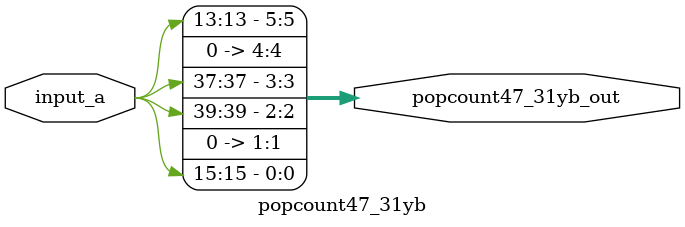
<source format=v>

module popcount47_31yb(input [46:0] input_a, output [5:0] popcount47_31yb_out);
  wire popcount47_31yb_core_049;
  wire popcount47_31yb_core_050;
  wire popcount47_31yb_core_051;
  wire popcount47_31yb_core_053;
  wire popcount47_31yb_core_054;
  wire popcount47_31yb_core_055;
  wire popcount47_31yb_core_056;
  wire popcount47_31yb_core_059;
  wire popcount47_31yb_core_060;
  wire popcount47_31yb_core_061;
  wire popcount47_31yb_core_062;
  wire popcount47_31yb_core_063;
  wire popcount47_31yb_core_064;
  wire popcount47_31yb_core_066;
  wire popcount47_31yb_core_068;
  wire popcount47_31yb_core_069;
  wire popcount47_31yb_core_070;
  wire popcount47_31yb_core_071;
  wire popcount47_31yb_core_072;
  wire popcount47_31yb_core_073;
  wire popcount47_31yb_core_076;
  wire popcount47_31yb_core_077;
  wire popcount47_31yb_core_078;
  wire popcount47_31yb_core_079;
  wire popcount47_31yb_core_080;
  wire popcount47_31yb_core_081;
  wire popcount47_31yb_core_083;
  wire popcount47_31yb_core_085;
  wire popcount47_31yb_core_086;
  wire popcount47_31yb_core_087;
  wire popcount47_31yb_core_089;
  wire popcount47_31yb_core_090;
  wire popcount47_31yb_core_092;
  wire popcount47_31yb_core_094;
  wire popcount47_31yb_core_095;
  wire popcount47_31yb_core_096;
  wire popcount47_31yb_core_097;
  wire popcount47_31yb_core_099;
  wire popcount47_31yb_core_100;
  wire popcount47_31yb_core_101;
  wire popcount47_31yb_core_103;
  wire popcount47_31yb_core_105;
  wire popcount47_31yb_core_107;
  wire popcount47_31yb_core_109;
  wire popcount47_31yb_core_110_not;
  wire popcount47_31yb_core_114;
  wire popcount47_31yb_core_115;
  wire popcount47_31yb_core_116;
  wire popcount47_31yb_core_117;
  wire popcount47_31yb_core_120;
  wire popcount47_31yb_core_121;
  wire popcount47_31yb_core_123;
  wire popcount47_31yb_core_124;
  wire popcount47_31yb_core_125;
  wire popcount47_31yb_core_128;
  wire popcount47_31yb_core_129;
  wire popcount47_31yb_core_130;
  wire popcount47_31yb_core_131;
  wire popcount47_31yb_core_132;
  wire popcount47_31yb_core_133;
  wire popcount47_31yb_core_136;
  wire popcount47_31yb_core_137;
  wire popcount47_31yb_core_138;
  wire popcount47_31yb_core_139;
  wire popcount47_31yb_core_140;
  wire popcount47_31yb_core_141;
  wire popcount47_31yb_core_142;
  wire popcount47_31yb_core_143;
  wire popcount47_31yb_core_144;
  wire popcount47_31yb_core_146;
  wire popcount47_31yb_core_147;
  wire popcount47_31yb_core_148;
  wire popcount47_31yb_core_149;
  wire popcount47_31yb_core_150;
  wire popcount47_31yb_core_152;
  wire popcount47_31yb_core_153;
  wire popcount47_31yb_core_154;
  wire popcount47_31yb_core_155;
  wire popcount47_31yb_core_158;
  wire popcount47_31yb_core_159;
  wire popcount47_31yb_core_161;
  wire popcount47_31yb_core_162;
  wire popcount47_31yb_core_163;
  wire popcount47_31yb_core_164;
  wire popcount47_31yb_core_167;
  wire popcount47_31yb_core_168;
  wire popcount47_31yb_core_169;
  wire popcount47_31yb_core_170;
  wire popcount47_31yb_core_172;
  wire popcount47_31yb_core_173;
  wire popcount47_31yb_core_174;
  wire popcount47_31yb_core_175;
  wire popcount47_31yb_core_179;
  wire popcount47_31yb_core_181;
  wire popcount47_31yb_core_184;
  wire popcount47_31yb_core_185;
  wire popcount47_31yb_core_186;
  wire popcount47_31yb_core_188;
  wire popcount47_31yb_core_189;
  wire popcount47_31yb_core_190;
  wire popcount47_31yb_core_191;
  wire popcount47_31yb_core_192;
  wire popcount47_31yb_core_193;
  wire popcount47_31yb_core_194;
  wire popcount47_31yb_core_197;
  wire popcount47_31yb_core_198;
  wire popcount47_31yb_core_200;
  wire popcount47_31yb_core_202;
  wire popcount47_31yb_core_205;
  wire popcount47_31yb_core_206;
  wire popcount47_31yb_core_207;
  wire popcount47_31yb_core_208;
  wire popcount47_31yb_core_209;
  wire popcount47_31yb_core_210;
  wire popcount47_31yb_core_211;
  wire popcount47_31yb_core_212;
  wire popcount47_31yb_core_215;
  wire popcount47_31yb_core_216;
  wire popcount47_31yb_core_217;
  wire popcount47_31yb_core_218_not;
  wire popcount47_31yb_core_219;
  wire popcount47_31yb_core_220;
  wire popcount47_31yb_core_221;
  wire popcount47_31yb_core_223;
  wire popcount47_31yb_core_225;
  wire popcount47_31yb_core_226;
  wire popcount47_31yb_core_229;
  wire popcount47_31yb_core_231;
  wire popcount47_31yb_core_232;
  wire popcount47_31yb_core_233;
  wire popcount47_31yb_core_234;
  wire popcount47_31yb_core_235;
  wire popcount47_31yb_core_238;
  wire popcount47_31yb_core_240;
  wire popcount47_31yb_core_242;
  wire popcount47_31yb_core_243;
  wire popcount47_31yb_core_244;
  wire popcount47_31yb_core_245;
  wire popcount47_31yb_core_247;
  wire popcount47_31yb_core_248;
  wire popcount47_31yb_core_249;
  wire popcount47_31yb_core_250;
  wire popcount47_31yb_core_254;
  wire popcount47_31yb_core_257;
  wire popcount47_31yb_core_258;
  wire popcount47_31yb_core_259;
  wire popcount47_31yb_core_260;
  wire popcount47_31yb_core_263;
  wire popcount47_31yb_core_264;
  wire popcount47_31yb_core_266;
  wire popcount47_31yb_core_267;
  wire popcount47_31yb_core_268;
  wire popcount47_31yb_core_269;
  wire popcount47_31yb_core_270;
  wire popcount47_31yb_core_271;
  wire popcount47_31yb_core_272;
  wire popcount47_31yb_core_273;
  wire popcount47_31yb_core_274;
  wire popcount47_31yb_core_275;
  wire popcount47_31yb_core_276;
  wire popcount47_31yb_core_280;
  wire popcount47_31yb_core_281;
  wire popcount47_31yb_core_282;
  wire popcount47_31yb_core_283;
  wire popcount47_31yb_core_284;
  wire popcount47_31yb_core_286;
  wire popcount47_31yb_core_288;
  wire popcount47_31yb_core_289;
  wire popcount47_31yb_core_291;
  wire popcount47_31yb_core_292;
  wire popcount47_31yb_core_293;
  wire popcount47_31yb_core_294;
  wire popcount47_31yb_core_295;
  wire popcount47_31yb_core_296;
  wire popcount47_31yb_core_301;
  wire popcount47_31yb_core_302;
  wire popcount47_31yb_core_303;
  wire popcount47_31yb_core_304;
  wire popcount47_31yb_core_305;
  wire popcount47_31yb_core_312;
  wire popcount47_31yb_core_313;
  wire popcount47_31yb_core_317;
  wire popcount47_31yb_core_318;
  wire popcount47_31yb_core_320;
  wire popcount47_31yb_core_321;
  wire popcount47_31yb_core_322;
  wire popcount47_31yb_core_323;
  wire popcount47_31yb_core_324;
  wire popcount47_31yb_core_326;
  wire popcount47_31yb_core_327;
  wire popcount47_31yb_core_328;
  wire popcount47_31yb_core_330;
  wire popcount47_31yb_core_331;
  wire popcount47_31yb_core_332;
  wire popcount47_31yb_core_333;
  wire popcount47_31yb_core_334;
  wire popcount47_31yb_core_335;
  wire popcount47_31yb_core_336_not;
  wire popcount47_31yb_core_337;
  wire popcount47_31yb_core_338;
  wire popcount47_31yb_core_340;
  wire popcount47_31yb_core_341;
  wire popcount47_31yb_core_347;
  wire popcount47_31yb_core_349;
  wire popcount47_31yb_core_350;
  wire popcount47_31yb_core_352;
  wire popcount47_31yb_core_353;
  wire popcount47_31yb_core_354;
  wire popcount47_31yb_core_355;
  wire popcount47_31yb_core_356;
  wire popcount47_31yb_core_357;
  wire popcount47_31yb_core_358;
  wire popcount47_31yb_core_359;
  wire popcount47_31yb_core_360;
  wire popcount47_31yb_core_361;
  wire popcount47_31yb_core_362;
  wire popcount47_31yb_core_363;
  wire popcount47_31yb_core_364;
  wire popcount47_31yb_core_365;
  wire popcount47_31yb_core_366;
  wire popcount47_31yb_core_368;
  wire popcount47_31yb_core_369;
  wire popcount47_31yb_core_370;
  wire popcount47_31yb_core_372;

  assign popcount47_31yb_core_049 = ~(input_a[44] ^ input_a[46]);
  assign popcount47_31yb_core_050 = input_a[2] ^ input_a[14];
  assign popcount47_31yb_core_051 = input_a[13] | input_a[36];
  assign popcount47_31yb_core_053 = input_a[39] ^ input_a[33];
  assign popcount47_31yb_core_054 = ~input_a[16];
  assign popcount47_31yb_core_055 = ~(input_a[11] | input_a[9]);
  assign popcount47_31yb_core_056 = input_a[11] & input_a[14];
  assign popcount47_31yb_core_059 = ~(input_a[17] & input_a[41]);
  assign popcount47_31yb_core_060 = input_a[19] & input_a[34];
  assign popcount47_31yb_core_061 = input_a[45] ^ input_a[25];
  assign popcount47_31yb_core_062 = input_a[23] ^ input_a[20];
  assign popcount47_31yb_core_063 = ~(input_a[40] | input_a[6]);
  assign popcount47_31yb_core_064 = ~input_a[17];
  assign popcount47_31yb_core_066 = ~(input_a[14] ^ input_a[46]);
  assign popcount47_31yb_core_068 = ~(input_a[23] & input_a[12]);
  assign popcount47_31yb_core_069 = ~(input_a[21] ^ input_a[8]);
  assign popcount47_31yb_core_070 = ~input_a[6];
  assign popcount47_31yb_core_071 = input_a[33] & input_a[4];
  assign popcount47_31yb_core_072 = input_a[40] & input_a[10];
  assign popcount47_31yb_core_073 = input_a[3] & input_a[31];
  assign popcount47_31yb_core_076 = ~(input_a[31] ^ input_a[7]);
  assign popcount47_31yb_core_077 = input_a[15] | input_a[17];
  assign popcount47_31yb_core_078 = ~input_a[30];
  assign popcount47_31yb_core_079 = input_a[8] ^ input_a[38];
  assign popcount47_31yb_core_080 = input_a[3] | input_a[2];
  assign popcount47_31yb_core_081 = ~(input_a[0] ^ input_a[42]);
  assign popcount47_31yb_core_083 = input_a[39] ^ input_a[31];
  assign popcount47_31yb_core_085 = ~input_a[12];
  assign popcount47_31yb_core_086 = input_a[20] ^ input_a[9];
  assign popcount47_31yb_core_087 = input_a[46] | input_a[22];
  assign popcount47_31yb_core_089 = ~(input_a[8] ^ input_a[14]);
  assign popcount47_31yb_core_090 = ~(input_a[34] & input_a[22]);
  assign popcount47_31yb_core_092 = ~(input_a[2] ^ input_a[46]);
  assign popcount47_31yb_core_094 = input_a[7] | input_a[1];
  assign popcount47_31yb_core_095 = input_a[20] | input_a[3];
  assign popcount47_31yb_core_096 = input_a[22] | input_a[33];
  assign popcount47_31yb_core_097 = ~(input_a[34] | input_a[32]);
  assign popcount47_31yb_core_099 = input_a[10] | input_a[7];
  assign popcount47_31yb_core_100 = input_a[22] | input_a[28];
  assign popcount47_31yb_core_101 = ~(input_a[24] | input_a[12]);
  assign popcount47_31yb_core_103 = ~(input_a[9] ^ input_a[6]);
  assign popcount47_31yb_core_105 = ~input_a[34];
  assign popcount47_31yb_core_107 = ~(input_a[20] | input_a[44]);
  assign popcount47_31yb_core_109 = input_a[36] ^ input_a[27];
  assign popcount47_31yb_core_110_not = ~input_a[2];
  assign popcount47_31yb_core_114 = ~(input_a[39] ^ input_a[40]);
  assign popcount47_31yb_core_115 = ~input_a[9];
  assign popcount47_31yb_core_116 = ~(input_a[14] & input_a[13]);
  assign popcount47_31yb_core_117 = ~(input_a[29] ^ input_a[21]);
  assign popcount47_31yb_core_120 = ~input_a[8];
  assign popcount47_31yb_core_121 = ~input_a[44];
  assign popcount47_31yb_core_123 = ~(input_a[8] | input_a[38]);
  assign popcount47_31yb_core_124 = input_a[23] | input_a[42];
  assign popcount47_31yb_core_125 = input_a[6] | input_a[44];
  assign popcount47_31yb_core_128 = ~(input_a[28] ^ input_a[10]);
  assign popcount47_31yb_core_129 = ~input_a[34];
  assign popcount47_31yb_core_130 = input_a[31] & input_a[25];
  assign popcount47_31yb_core_131 = ~(input_a[22] & input_a[4]);
  assign popcount47_31yb_core_132 = input_a[22] | input_a[10];
  assign popcount47_31yb_core_133 = ~(input_a[38] ^ input_a[29]);
  assign popcount47_31yb_core_136 = ~input_a[20];
  assign popcount47_31yb_core_137 = input_a[29] | input_a[21];
  assign popcount47_31yb_core_138 = input_a[39] & input_a[23];
  assign popcount47_31yb_core_139 = input_a[4] ^ input_a[36];
  assign popcount47_31yb_core_140 = input_a[30] ^ input_a[45];
  assign popcount47_31yb_core_141 = ~(input_a[8] | input_a[36]);
  assign popcount47_31yb_core_142 = ~(input_a[31] | input_a[21]);
  assign popcount47_31yb_core_143 = ~(input_a[26] & input_a[17]);
  assign popcount47_31yb_core_144 = input_a[36] & input_a[39];
  assign popcount47_31yb_core_146 = input_a[24] ^ input_a[36];
  assign popcount47_31yb_core_147 = ~input_a[46];
  assign popcount47_31yb_core_148 = ~(input_a[31] & input_a[46]);
  assign popcount47_31yb_core_149 = ~(input_a[12] ^ input_a[31]);
  assign popcount47_31yb_core_150 = ~input_a[35];
  assign popcount47_31yb_core_152 = ~(input_a[44] | input_a[36]);
  assign popcount47_31yb_core_153 = ~input_a[40];
  assign popcount47_31yb_core_154 = ~input_a[39];
  assign popcount47_31yb_core_155 = input_a[21] | input_a[28];
  assign popcount47_31yb_core_158 = ~(input_a[18] ^ input_a[13]);
  assign popcount47_31yb_core_159 = ~(input_a[6] ^ input_a[18]);
  assign popcount47_31yb_core_161 = input_a[7] | input_a[18];
  assign popcount47_31yb_core_162 = input_a[23] & input_a[4];
  assign popcount47_31yb_core_163 = ~(input_a[15] & input_a[41]);
  assign popcount47_31yb_core_164 = ~(input_a[28] & input_a[15]);
  assign popcount47_31yb_core_167 = ~(input_a[32] ^ input_a[0]);
  assign popcount47_31yb_core_168 = input_a[4] | input_a[35];
  assign popcount47_31yb_core_169 = ~(input_a[4] | input_a[0]);
  assign popcount47_31yb_core_170 = ~(input_a[4] ^ input_a[41]);
  assign popcount47_31yb_core_172 = ~(input_a[16] | input_a[9]);
  assign popcount47_31yb_core_173 = ~input_a[21];
  assign popcount47_31yb_core_174 = input_a[3] | input_a[6];
  assign popcount47_31yb_core_175 = ~(input_a[7] ^ input_a[38]);
  assign popcount47_31yb_core_179 = input_a[15] & input_a[8];
  assign popcount47_31yb_core_181 = ~(input_a[43] & input_a[39]);
  assign popcount47_31yb_core_184 = ~(input_a[8] | input_a[8]);
  assign popcount47_31yb_core_185 = ~(input_a[28] | input_a[45]);
  assign popcount47_31yb_core_186 = input_a[3] & input_a[42];
  assign popcount47_31yb_core_188 = input_a[30] ^ input_a[40];
  assign popcount47_31yb_core_189 = ~(input_a[1] | input_a[3]);
  assign popcount47_31yb_core_190 = ~(input_a[34] ^ input_a[5]);
  assign popcount47_31yb_core_191 = ~input_a[38];
  assign popcount47_31yb_core_192 = input_a[36] | input_a[28];
  assign popcount47_31yb_core_193 = input_a[31] | input_a[15];
  assign popcount47_31yb_core_194 = input_a[4] | input_a[21];
  assign popcount47_31yb_core_197 = input_a[29] ^ input_a[3];
  assign popcount47_31yb_core_198 = input_a[22] ^ input_a[19];
  assign popcount47_31yb_core_200 = input_a[6] ^ input_a[0];
  assign popcount47_31yb_core_202 = ~(input_a[40] ^ input_a[25]);
  assign popcount47_31yb_core_205 = ~(input_a[29] | input_a[4]);
  assign popcount47_31yb_core_206 = input_a[4] & input_a[36];
  assign popcount47_31yb_core_207 = input_a[42] | input_a[16];
  assign popcount47_31yb_core_208 = input_a[41] | input_a[12];
  assign popcount47_31yb_core_209 = ~(input_a[42] ^ input_a[4]);
  assign popcount47_31yb_core_210 = ~(input_a[4] & input_a[9]);
  assign popcount47_31yb_core_211 = ~input_a[6];
  assign popcount47_31yb_core_212 = ~input_a[3];
  assign popcount47_31yb_core_215 = ~input_a[43];
  assign popcount47_31yb_core_216 = ~(input_a[18] | input_a[12]);
  assign popcount47_31yb_core_217 = ~(input_a[43] | input_a[19]);
  assign popcount47_31yb_core_218_not = ~input_a[23];
  assign popcount47_31yb_core_219 = ~(input_a[11] | input_a[18]);
  assign popcount47_31yb_core_220 = ~(input_a[8] | input_a[19]);
  assign popcount47_31yb_core_221 = input_a[7] ^ input_a[13];
  assign popcount47_31yb_core_223 = input_a[13] | input_a[43];
  assign popcount47_31yb_core_225 = ~input_a[27];
  assign popcount47_31yb_core_226 = ~input_a[46];
  assign popcount47_31yb_core_229 = input_a[22] | input_a[42];
  assign popcount47_31yb_core_231 = input_a[12] & input_a[14];
  assign popcount47_31yb_core_232 = ~(input_a[16] | input_a[43]);
  assign popcount47_31yb_core_233 = input_a[14] | input_a[0];
  assign popcount47_31yb_core_234 = input_a[14] | input_a[39];
  assign popcount47_31yb_core_235 = ~(input_a[37] | input_a[14]);
  assign popcount47_31yb_core_238 = ~input_a[29];
  assign popcount47_31yb_core_240 = ~(input_a[23] & input_a[23]);
  assign popcount47_31yb_core_242 = input_a[41] ^ input_a[14];
  assign popcount47_31yb_core_243 = input_a[19] & input_a[14];
  assign popcount47_31yb_core_244 = ~input_a[15];
  assign popcount47_31yb_core_245 = ~(input_a[20] ^ input_a[12]);
  assign popcount47_31yb_core_247 = ~(input_a[35] ^ input_a[33]);
  assign popcount47_31yb_core_248 = ~input_a[16];
  assign popcount47_31yb_core_249 = input_a[3] | input_a[7];
  assign popcount47_31yb_core_250 = ~input_a[16];
  assign popcount47_31yb_core_254 = input_a[12] & input_a[21];
  assign popcount47_31yb_core_257 = input_a[6] ^ input_a[28];
  assign popcount47_31yb_core_258 = input_a[2] | input_a[34];
  assign popcount47_31yb_core_259 = input_a[44] ^ input_a[23];
  assign popcount47_31yb_core_260 = ~(input_a[13] ^ input_a[36]);
  assign popcount47_31yb_core_263 = input_a[33] & input_a[0];
  assign popcount47_31yb_core_264 = input_a[31] | input_a[9];
  assign popcount47_31yb_core_266 = ~(input_a[24] ^ input_a[11]);
  assign popcount47_31yb_core_267 = ~(input_a[16] ^ input_a[10]);
  assign popcount47_31yb_core_268 = ~(input_a[34] ^ input_a[24]);
  assign popcount47_31yb_core_269 = ~input_a[16];
  assign popcount47_31yb_core_270 = ~(input_a[8] ^ input_a[30]);
  assign popcount47_31yb_core_271 = ~(input_a[25] | input_a[14]);
  assign popcount47_31yb_core_272 = ~(input_a[38] | input_a[46]);
  assign popcount47_31yb_core_273 = ~input_a[31];
  assign popcount47_31yb_core_274 = ~(input_a[7] ^ input_a[45]);
  assign popcount47_31yb_core_275 = input_a[37] & input_a[44];
  assign popcount47_31yb_core_276 = ~input_a[40];
  assign popcount47_31yb_core_280 = ~(input_a[14] & input_a[34]);
  assign popcount47_31yb_core_281 = input_a[21] & input_a[22];
  assign popcount47_31yb_core_282 = input_a[41] | input_a[34];
  assign popcount47_31yb_core_283 = ~input_a[6];
  assign popcount47_31yb_core_284 = input_a[21] | input_a[33];
  assign popcount47_31yb_core_286 = ~(input_a[20] ^ input_a[19]);
  assign popcount47_31yb_core_288 = input_a[5] ^ input_a[5];
  assign popcount47_31yb_core_289 = ~(input_a[36] | input_a[10]);
  assign popcount47_31yb_core_291 = input_a[22] ^ input_a[16];
  assign popcount47_31yb_core_292 = ~input_a[22];
  assign popcount47_31yb_core_293 = input_a[39] | input_a[15];
  assign popcount47_31yb_core_294 = input_a[43] | input_a[3];
  assign popcount47_31yb_core_295 = input_a[27] & input_a[19];
  assign popcount47_31yb_core_296 = ~(input_a[18] | input_a[20]);
  assign popcount47_31yb_core_301 = input_a[8] | input_a[13];
  assign popcount47_31yb_core_302 = ~(input_a[17] | input_a[9]);
  assign popcount47_31yb_core_303 = ~(input_a[21] ^ input_a[7]);
  assign popcount47_31yb_core_304 = ~input_a[46];
  assign popcount47_31yb_core_305 = ~(input_a[15] & input_a[44]);
  assign popcount47_31yb_core_312 = ~(input_a[39] & input_a[3]);
  assign popcount47_31yb_core_313 = input_a[27] ^ input_a[11];
  assign popcount47_31yb_core_317 = ~(input_a[12] | input_a[13]);
  assign popcount47_31yb_core_318 = ~input_a[17];
  assign popcount47_31yb_core_320 = input_a[0] & input_a[5];
  assign popcount47_31yb_core_321 = input_a[29] ^ input_a[29];
  assign popcount47_31yb_core_322 = input_a[27] ^ input_a[32];
  assign popcount47_31yb_core_323 = ~(input_a[24] ^ input_a[25]);
  assign popcount47_31yb_core_324 = ~(input_a[3] ^ input_a[10]);
  assign popcount47_31yb_core_326 = input_a[5] ^ input_a[12];
  assign popcount47_31yb_core_327 = input_a[27] ^ input_a[2];
  assign popcount47_31yb_core_328 = ~(input_a[27] & input_a[26]);
  assign popcount47_31yb_core_330 = ~(input_a[7] ^ input_a[23]);
  assign popcount47_31yb_core_331 = ~(input_a[10] | input_a[19]);
  assign popcount47_31yb_core_332 = ~(input_a[35] | input_a[44]);
  assign popcount47_31yb_core_333 = ~(input_a[25] | input_a[16]);
  assign popcount47_31yb_core_334 = ~(input_a[32] & input_a[4]);
  assign popcount47_31yb_core_335 = input_a[4] ^ input_a[32];
  assign popcount47_31yb_core_336_not = ~input_a[35];
  assign popcount47_31yb_core_337 = ~input_a[25];
  assign popcount47_31yb_core_338 = ~(input_a[34] ^ input_a[45]);
  assign popcount47_31yb_core_340 = input_a[19] | input_a[21];
  assign popcount47_31yb_core_341 = ~(input_a[28] | input_a[17]);
  assign popcount47_31yb_core_347 = ~(input_a[14] & input_a[25]);
  assign popcount47_31yb_core_349 = input_a[23] & input_a[41];
  assign popcount47_31yb_core_350 = ~(input_a[14] | input_a[1]);
  assign popcount47_31yb_core_352 = ~(input_a[45] | input_a[40]);
  assign popcount47_31yb_core_353 = input_a[35] | input_a[2];
  assign popcount47_31yb_core_354 = ~(input_a[37] & input_a[39]);
  assign popcount47_31yb_core_355 = input_a[6] ^ input_a[32];
  assign popcount47_31yb_core_356 = ~input_a[28];
  assign popcount47_31yb_core_357 = ~(input_a[22] ^ input_a[38]);
  assign popcount47_31yb_core_358 = ~input_a[14];
  assign popcount47_31yb_core_359 = input_a[23] & input_a[14];
  assign popcount47_31yb_core_360 = ~(input_a[19] ^ input_a[11]);
  assign popcount47_31yb_core_361 = ~(input_a[7] & input_a[35]);
  assign popcount47_31yb_core_362 = ~(input_a[29] & input_a[27]);
  assign popcount47_31yb_core_363 = ~(input_a[37] | input_a[28]);
  assign popcount47_31yb_core_364 = ~(input_a[22] ^ input_a[33]);
  assign popcount47_31yb_core_365 = ~(input_a[40] & input_a[43]);
  assign popcount47_31yb_core_366 = input_a[44] & input_a[23];
  assign popcount47_31yb_core_368 = ~(input_a[32] | input_a[38]);
  assign popcount47_31yb_core_369 = ~input_a[0];
  assign popcount47_31yb_core_370 = ~input_a[34];
  assign popcount47_31yb_core_372 = ~input_a[22];

  assign popcount47_31yb_out[0] = input_a[15];
  assign popcount47_31yb_out[1] = 1'b0;
  assign popcount47_31yb_out[2] = input_a[39];
  assign popcount47_31yb_out[3] = input_a[37];
  assign popcount47_31yb_out[4] = 1'b0;
  assign popcount47_31yb_out[5] = input_a[13];
endmodule
</source>
